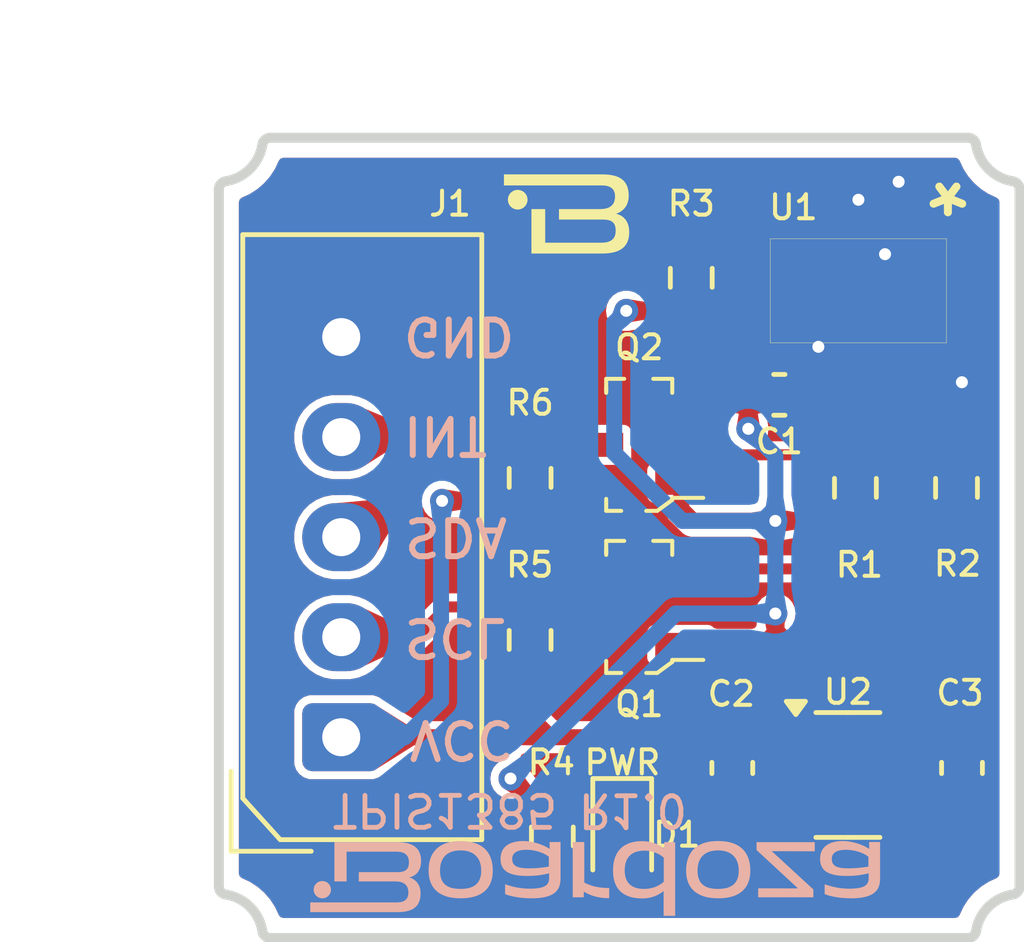
<source format=kicad_pcb>
(kicad_pcb (version 20240108) (generator "pcbnew") (generator_version "8.0")
  (layers (0 "F.Cu" signal) (31 "B.Cu" signal) (34 "B.Paste" user) (35 "F.Paste" user) (36 "B.SilkS" user "B.Silkscreen") (37 "F.SilkS" user "F.Silkscreen") (38 "B.Mask" user) (39 "F.Mask" user) (44 "Edge.Cuts" user))
  (net 0 "")
  (net 1 "GND")
  (net 2 "Net-(D1-A)")
  (net 3 "INT")
  (net 4 "SDA")
  (net 5 "SCL")
  (net 6 "VCC")
  (net 7 "3,3V")
  (net 9 "Net-(Q2-S)")
  (net 10 "Net-(Q1-S)")
  (footprint "Capacitor_SMD:C_0603_1608Metric" (layer "F.Cu") (at 164 33.425 180)
    (property "Reference" "C1")
    (property "Value" "100nF" (hide yes))
  )
  (footprint "Resistor_SMD:R_0603_1608Metric" (layer "F.Cu") (at 157.775 39.55 -90)
    (property "Reference" "R5")
    (property "Value" "10k" (hide yes))
  )
  (footprint "digikey-footprints:SOT-23-3" (layer "F.Cu") (at 160.5 38.725 180)
    (property "Reference" "Q1")
    (property "Value" "2N7002-7-F" (hide yes))
  )
  (footprint "digikey-footprints:SOT-23-3" (layer "F.Cu") (at 160.5 34.675 180)
    (property "Reference" "Q2")
    (property "Value" "2N7002-7-F" (hide yes))
  )
  (footprint "Resistor_SMD:R_0603_1608Metric" (layer "F.Cu") (at 157.775 35.5 -90)
    (property "Reference" "R6")
    (property "Value" "10k" (hide yes))
  )
  (footprint "Package_TO_SOT_SMD:SOT-23-5" (layer "F.Cu") (at 165.7125 42.925)
    (property "Reference" "U2")
    (property "Value" "TLV73333PDBVR" (hide yes))
  )
  (footprint "ConnectorsBoardoza:2317-05S_1x05_P2.50mm_Vertical" (layer "F.Cu") (at 153.057235 41.981749 90)
    (property "Reference" "J1")
    (property "Value" "Conn_01x05" (hide yes))
  )
  (footprint "LED_SMD:LED_0603_1608Metric" (layer "F.Cu") (at 160.075 44.5 -90)
    (property "Reference" "D1")
    (property "Value" "PWR")
  )
  (footprint "Resistor_SMD:R_0603_1608Metric" (layer "F.Cu") (at 165.9 35.75 -90)
    (property "Reference" "R1")
    (property "Value" "2k" (hide yes))
  )
  (footprint "Resistor_SMD:R_0603_1608Metric" (layer "F.Cu") (at 168.425 35.75 -90)
    (property "Reference" "R2")
    (property "Value" "2k" (hide yes))
  )
  (footprint "Capacitor_SMD:C_0603_1608Metric" (layer "F.Cu") (at 162.825 42.75 90)
    (property "Reference" "C2")
    (property "Value" "1uF" (hide yes))
  )
  (footprint "TemperatureSensor:Temperature SensorSMD" (layer "F.Cu") (at 165.875 30.825 90)
    (property "Reference" "U1")
    (property "Value" "TPIS 1S 1385 / 5029" (hide yes))
  )
  (footprint "Resistor_SMD:R_0603_1608Metric" (layer "F.Cu") (at 161.8 30.5 -90)
    (property "Reference" "R3")
    (property "Value" "2k" (hide yes))
  )
  (footprint "Capacitor_SMD:C_0603_1608Metric" (layer "F.Cu") (at 168.5625 42.75 -90)
    (property "Reference" "C3")
    (property "Value" "1uF" (hide yes))
  )
  (footprint "Resistor_SMD:R_0603_1608Metric" (layer "F.Cu") (at 158.33 44.4625 -90)
    (property "Reference" "R4")
    (property "Value" "10K" (hide yes))
  )
  (gr_poly (pts (xy 159.750449 45.750585) (xy 159.694731 45.749819) (xy 159.641798 45.747584) (xy 159.591536 45.743972) (xy 159.543826 45.739076) (xy 159.498554 45.732989) (xy 159.455602 45.725805) (xy 159.414855 45.717617) (xy 159.376196 45.708516) (xy 159.339509 45.698598) (xy 159.304678 45.687953) (xy 159.271586 45.676677) (xy 159.240118 45.66486) (xy 159.210156 45.652598) (xy 159.181585 45.639981) (xy 159.154288 45.627105) (xy 159.128149 45.614061) (xy 159.128149 44.601235) (xy 158.839224 44.601235) (xy 158.839224 45.98236) (xy 159.112275 45.98236) (xy 159.115449 45.979185) (xy 159.115449 45.839485) (xy 159.145044 45.857036) (xy 159.175551 45.873927) (xy 159.207062 45.890091) (xy 159.239671 45.905466) (xy 159.273471 45.919984) (xy 159.308554 45.933582) (xy 159.345014 45.946193) (xy 159.382943 45.957754) (xy 159.422435 45.968198) (xy 159.463583 45.977461) (xy 159.50648 45.985478) (xy 159.551218 45.992183) (xy 159.597891 45.997511) (xy 159.646592 46.001398) (xy 159.697413 46.003777) (xy 159.750449 46.004585)) (fill solid) (layer "B.SilkS"))
  (gr_poly (pts (xy 162.520378 46.007046) (xy 162.567823 46.004906) (xy 162.613755 46.001349) (xy 162.658172 45.996382) (xy 162.70107 45.990012) (xy 162.742447 45.982248) (xy 162.782299 45.973097) (xy 162.820624 45.962567) (xy 162.857419 45.950664) (xy 162.892681 45.937397) (xy 162.926407 45.922773) (xy 162.958594 45.906799) (xy 162.989239 45.889484) (xy 163.01834 45.870835) (xy 163.045893 45.850859) (xy 163.071895 45.829564) (xy 163.096344 45.806957) (xy 163.119237 45.783047) (xy 163.140571 45.757839) (xy 163.160342 45.731344) (xy 163.178549 45.703566) (xy 163.195188 45.674515) (xy 163.210255 45.644198) (xy 163.223749 45.612622) (xy 163.235667 45.579795) (xy 163.246004 45.545725) (xy 163.25476 45.510418) (xy 163.26193 45.473883) (xy 163.267512 45.436127) (xy 163.271502 45.397158) (xy 163.273899 45.356984) (xy 163.274698 45.315611) (xy 163.273899 45.271587) (xy 163.271502 45.228819) (xy 163.267512 45.187316) (xy 163.26193 45.147088) (xy 163.25476 45.108143) (xy 163.246005 45.070491) (xy 163.235667 45.034141) (xy 163.223749 44.999103) (xy 163.210256 44.965386) (xy 163.195188 44.932999) (xy 163.178549 44.901951) (xy 163.160343 44.872252) (xy 163.140571 44.843911) (xy 163.119238 44.816938) (xy 163.096345 44.791341) (xy 163.071896 44.76713) (xy 163.045893 44.744314) (xy 163.01834 44.722903) (xy 162.98924 44.702906) (xy 162.958594 44.684332) (xy 162.926407 44.66719) (xy 162.892681 44.65149) (xy 162.857419 44.637242) (xy 162.820624 44.624453) (xy 162.782299 44.613134) (xy 162.742447 44.603295) (xy 162.70107 44.594943) (xy 162.658172 44.588089) (xy 162.613756 44.582743) (xy 162.567823 44.578912) (xy 162.471423 44.575836) (xy 162.422478 44.576615) (xy 162.37506 44.578947) (xy 162.32917 44.582818) (xy 162.284812 44.58822) (xy 162.241985 44.595139) (xy 162.200693 44.603567) (xy 162.160937 44.61349) (xy 162.122719 44.624899) (xy 162.08604 44.637783) (xy 162.050902 44.65213) (xy 162.017308 44.667928) (xy 161.985258 44.685168) (xy 161.954754 44.703839) (xy 161.925799 44.723928) (xy 161.898393 44.745425) (xy 161.872539 44.76832) (xy 161.848238 44.7926) (xy 161.825493 44.818256) (xy 161.804305 44.845275) (xy 161.784675 44.873647) (xy 161.766605 44.90336) (xy 161.750098 44.934405) (xy 161.735154 44.966769) (xy 161.721776 45.000442) (xy 161.709966 45.035412) (xy 161.699724 45.071669) (xy 161.691053 45.109202) (xy 161.683955 45.147999) (xy 161.678432 45.188049) (xy 161.674484 45.229342) (xy 161.672114 45.271866) (xy 161.671324 45.315611) (xy 161.957075 45.315611) (xy 161.957595 45.285669) (xy 161.959153 45.256572) (xy 161.961747 45.228326) (xy 161.965372 45.200938) (xy 161.970024 45.174416) (xy 161.975701 45.148765) (xy 161.982399 45.123993) (xy 161.990114 45.100107) (xy 161.998843 45.077114) (xy 162.008583 45.055022) (xy 162.019329 45.033836) (xy 162.031079 45.013564) (xy 162.043829 44.994212) (xy 162.057575 44.975789) (xy 162.072314 44.958301) (xy 162.088043 44.941754) (xy 162.104757 44.926156) (xy 162.122454 44.911514) (xy 162.141131 44.897835) (xy 162.160782 44.885125) (xy 162.181406 44.873392) (xy 162.202998 44.862643) (xy 162.225555 44.852884) (xy 162.249074 44.844123) (xy 162.273551 44.836366) (xy 162.298983 44.829621) (xy 162.325366 44.823895) (xy 162.352696 44.819194) (xy 162.38097 44.815526) (xy 162.410185 44.812897) (xy 162.440338 44.811314) (xy 162.471423 44.810785) (xy 162.502509 44.811351) (xy 162.532662 44.813036) (xy 162.561877 44.815829) (xy 162.590151 44.819715) (xy 162.617481 44.82468) (xy 162.643864 44.83071) (xy 162.669296 44.837791) (xy 162.693773 44.845909) (xy 162.717292 44.85505) (xy 162.739849 44.865201) (xy 162.761441 44.876346) (xy 162.782065 44.888474) (xy 162.801717 44.901568) (xy 162.820393 44.915616) (xy 162.83809 44.930603) (xy 162.854805 44.946516) (xy 162.870534 44.963341) (xy 162.885273 44.981063) (xy 162.899019 44.999669) (xy 162.911769 45.019144) (xy 162.923519 45.039476) (xy 162.934265 45.060649) (xy 162.944005 45.08265) (xy 162.952734 45.105465) (xy 162.960449 45.12908) (xy 162.967147 45.153481) (xy 162.972824 45.178654) (xy 162.977476 45.204585) (xy 162.981101 45.23126) (xy 162.983695 45.258665) (xy 162.985253 45.286787) (xy 162.985774 45.315611) (xy 162.985271 45.344298) (xy 162.983764 45.372021) (xy 162.981253 45.398784) (xy 162.977737 45.42459) (xy 162.973216 45.449443) (xy 162.967691 45.473345) (xy 162.961161 45.496301) (xy 162.953627 45.518314) (xy 162.945088 45.539388) (xy 162.935544 45.559526) (xy 162.924996 45.578731) (xy 162.913443 45.597007) (xy 162.900886 45.614358) (xy 162.887324 45.630787) (xy 162.872757 45.646297) (xy 162.857186 45.660892) (xy 162.84061 45.674575) (xy 162.82303 45.68735) (xy 162.804445 45.699221) (xy 162.784855 45.710191) (xy 162.764261 45.720263) (xy 162.742662 45.729441) (xy 162.720059 45.737728) (xy 162.696451 45.745128) (xy 162.671839 45.751645) (xy 162.646222 45.757281) (xy 162.591974 45.765927) (xy 162.533708 45.771094) (xy 162.471423 45.77281) (xy 162.409139 45.771233) (xy 162.350873 45.766448) (xy 162.323247 45.762825) (xy 162.296625 45.758369) (xy 162.271008 45.753069) (xy 162.246396 45.746914) (xy 162.222788 45.739894) (xy 162.200185 45.731999) (xy 162.178586 45.723217) (xy 162.157992 45.713539) (xy 162.138403 45.702955) (xy 162.119818 45.691452) (xy 162.102237 45.679022) (xy 162.085662 45.665654) (xy 162.070091 45.651337) (xy 162.055524 45.63606) (xy 162.041962 45.619814) (xy 162.029405 45.602588) (xy 162.017852 45.584371) (xy 162.007304 45.565153) (xy 161.99776 45.544924) (xy 161.989221 45.523672) (xy 161.981687 45.501388) (xy 161.975157 45.478061) (xy 161.969632 45.453681) (xy 161.965111 45.428236) (xy 161.961595 45.401717) (xy 161.959084 45.374114) (xy 161.957577 45.345415) (xy 161.957075 45.315611) (xy 161.671324 45.315611) (xy 161.672123 45.356704) (xy 161.674519 45.396635) (xy 161.678507 45.435394) (xy 161.684086 45.472971) (xy 161.69125 45.509358) (xy 161.699996 45.544545) (xy 161.710322 45.578523) (xy 161.722223 45.611282) (xy 161.735696 45.642814) (xy 161.750737 45.673108) (xy 161.767344 45.702156) (xy 161.785512 45.729948) (xy 161.805238 45.756475) (xy 161.826519 45.781728) (xy 161.849351 45.805697) (xy 161.87373 45.828373) (xy 161.899653 45.849747) (xy 161.927117 45.869809) (xy 161.956118 45.88855) (xy 161.986653 45.905962) (xy 162.018718 45.922034) (xy 162.05231 45.936757) (xy 162.087424 45.950122) (xy 162.124059 45.96212) (xy 162.162209 45.972741) (xy 162.201873 45.981976) (xy 162.243045 45.989816) (xy 162.285723 45.996251) (xy 162.375583 46.00487) (xy 162.471423 46.00776) (xy 162.471423 46.007761)) (fill solid) (layer "B.SilkS"))
  (gr_poly (pts (xy 152.595585 46.00748) (xy 152.606549 46.006646) (xy 152.617354 46.005273) (xy 152.627986 46.003374) (xy 152.638432 46.000964) (xy 152.648677 45.998054) (xy 152.658709 45.99466) (xy 152.668513 45.990794) (xy 152.678077 45.986471) (xy 152.687386 45.981703) (xy 152.696427 45.976504) (xy 152.705187 45.970888) (xy 152.713652 45.964869) (xy 152.721808 45.95846) (xy 152.729641 45.951674) (xy 152.737139 45.944525) (xy 152.744288 45.937027) (xy 152.751074 45.929193) (xy 152.757483 45.921037) (xy 152.763503 45.912572) (xy 152.769119 45.903813) (xy 152.774317 45.894771) (xy 152.779085 45.885462) (xy 152.783409 45.875899) (xy 152.787274 45.866094) (xy 152.790669 45.856063) (xy 152.793578 45.845817) (xy 152.795989 45.835372) (xy 152.797887 45.82474) (xy 152.79926 45.813935) (xy 152.800094 45.802971) (xy 152.800375 45.791861) (xy 152.800094 45.78075) (xy 152.79926 45.769786) (xy 152.797887 45.758981) (xy 152.795989 45.748349) (xy 152.793578 45.737904) (xy 152.790669 45.727659) (xy 152.787274 45.717627) (xy 152.783409 45.707823) (xy 152.779085 45.698259) (xy 152.774317 45.68895) (xy 152.769119 45.679909) (xy 152.763503 45.671149) (xy 152.757483 45.662685) (xy 152.751074 45.654528) (xy 152.744288 45.646695) (xy 152.737139 45.639197) (xy 152.729641 45.632048) (xy 152.721808 45.625262) (xy 152.713652 45.618853) (xy 152.705187 45.612833) (xy 152.696427 45.607217) (xy 152.687386 45.602019) (xy 152.678077 45.597251) (xy 152.668513 45.592927) (xy 152.658709 45.589062) (xy 152.648677 45.585667) (xy 152.638432 45.582758) (xy 152.627986 45.580347) (xy 152.617354 45.578449) (xy 152.606549 45.577076) (xy 152.595585 45.576242) (xy 152.584475 45.575961) (xy 152.573365 45.576242) (xy 152.5624 45.577076) (xy 152.551595 45.578449) (xy 152.540964 45.580347) (xy 152.530518 45.582758) (xy 152.520273 45.585667) (xy 152.510241 45.589062) (xy 152.500437 45.592927) (xy 152.490873 45.597251) (xy 152.481564 45.602019) (xy 152.472523 45.607217) (xy 152.463763 45.612833) (xy 152.455299 45.618853) (xy 152.447142 45.625262) (xy 152.439309 45.632048) (xy 152.431811 45.639197) (xy 152.424662 45.646695) (xy 152.417876 45.654528) (xy 152.411467 45.662685) (xy 152.405447 45.671149) (xy 152.399832 45.679909) (xy 152.394633 45.68895) (xy 152.389865 45.698259) (xy 152.385541 45.707823) (xy 152.381676 45.717627) (xy 152.378281 45.727659) (xy 152.375372 45.737904) (xy 152.372961 45.748349) (xy 152.371063 45.758981) (xy 152.36969 45.769786) (xy 152.368856 45.78075) (xy 152.368575 45.791861) (xy 152.368856 45.802971) (xy 152.36969 45.813935) (xy 152.371063 45.82474) (xy 152.372961 45.835372) (xy 152.375372 45.845817) (xy 152.378281 45.856063) (xy 152.381676 45.866094) (xy 152.385541 45.875899) (xy 152.389865 45.885462) (xy 152.394633 45.894771) (xy 152.399832 45.903813) (xy 152.405447 45.912572) (xy 152.411467 45.921037) (xy 152.417876 45.929193) (xy 152.424662 45.937027) (xy 152.431811 45.944525) (xy 152.439309 45.951674) (xy 152.447142 45.95846) (xy 152.455299 45.964869) (xy 152.463763 45.970888) (xy 152.472523 45.976504) (xy 152.481564 45.981703) (xy 152.490873 45.986471) (xy 152.500437 45.990794) (xy 152.510241 45.99466) (xy 152.520273 45.998054) (xy 152.530518 46.000964) (xy 152.540964 46.003374) (xy 152.551595 46.005273) (xy 152.5624 46.006646) (xy 152.573365 46.00748) (xy 152.584475 46.007761)) (fill solid) (layer "B.SilkS"))
  (gr_poly (pts (xy 165.786125 46.007759) (xy 165.879611 46.00593) (xy 165.923718 46.003639) (xy 165.966089 46.000423) (xy 166.006741 45.99628) (xy 166.045692 45.991204) (xy 166.082959 45.985193) (xy 166.118557 45.978241) (xy 166.152504 45.970346) (xy 166.184817 45.961502) (xy 166.215513 45.951706) (xy 166.244608 45.940954) (xy 166.27212 45.929241) (xy 166.298064 45.916564) (xy 166.322459 45.902918) (xy 166.345321 45.888299) (xy 166.366667 45.872704) (xy 166.386513 45.856128) (xy 166.404877 45.838568) (xy 166.421775 45.820018) (xy 166.437225 45.800476) (xy 166.451243 45.779936) (xy 166.463845 45.758395) (xy 166.47505 45.73585) (xy 166.484873 45.712295) (xy 166.493332 45.687726) (xy 166.500443 45.66214) (xy 166.506223 45.635533) (xy 166.51069 45.6079) (xy 166.513859 45.579238) (xy 166.515748 45.549542) (xy 166.516374 45.518809) (xy 166.516374 44.601234) (xy 166.243324 44.601234) (xy 166.243324 44.772685) (xy 166.216724 44.7553) (xy 166.187091 44.737791) (xy 166.154669 44.720328) (xy 166.119697 44.703083) (xy 166.082419 44.686229) (xy 166.043075 44.669938) (xy 166.001909 44.654381) (xy 165.959161 44.639732) (xy 165.915074 44.626161) (xy 165.869889 44.613842) (xy 165.823848 44.602946) (xy 165.777194 44.593645) (xy 165.730167 44.586111) (xy 165.683011 44.580517) (xy 165.635965 44.577034) (xy 165.589274 44.575835) (xy 165.537335 44.576991) (xy 165.48541 44.580616) (xy 165.43396 44.586948) (xy 165.383444 44.596224) (xy 165.358681 44.60204) (xy 165.334324 44.608682) (xy 165.310431 44.616177) (xy 165.28706 44.624557) (xy 165.264267 44.633851) (xy 165.242111 44.644089) (xy 165.22065 44.655299) (xy 165.199939 44.667513) (xy 165.180039 44.680759) (xy 165.161005 44.695067) (xy 165.142895 44.710467) (xy 165.125767 44.726988) (xy 165.109679 44.744661) (xy 165.094688 44.763514) (xy 165.080851 44.783578) (xy 165.068227 44.804881) (xy 165.056872 44.827455) (xy 165.046844 44.851327) (xy 165.038201 44.876529) (xy 165.031001 44.903089) (xy 165.025301 44.931038) (xy 165.021157 44.960405) (xy 165.018629 44.991219) (xy 165.017858 45.020335) (xy 165.309874 45.020335) (xy 165.310236 45.006559) (xy 165.311322 44.993212) (xy 165.313129 44.980294) (xy 165.315654 44.967805) (xy 165.318895 44.955747) (xy 165.32285 44.944119) (xy 165.327517 44.932923) (xy 165.332893 44.922158) (xy 165.338976 44.911826) (xy 165.345763 44.901928) (xy 165.353253 44.892463) (xy 165.361443 44.883432) (xy 165.370331 44.874836) (xy 165.379913 44.866676) (xy 165.390189 44.858951) (xy 165.401155 44.851663) (xy 165.425151 44.8384) (xy 165.451881 44.82689) (xy 165.481327 44.817138) (xy 165.513471 44.809148) (xy 165.548294 44.802926) (xy 165.585777 44.798476) (xy 165.625902 44.795802) (xy 165.66865 44.79491) (xy 165.705411 44.79572) (xy 165.742921 44.798116) (xy 165.780962 44.802047) (xy 165.819314 44.807461) (xy 165.857758 44.814308) (xy 165.896078 44.822536) (xy 165.934053 44.832095) (xy 165.971465 44.842932) (xy 166.008097 44.854997) (xy 166.043728 44.868239) (xy 166.07814 44.882607) (xy 166.111116 44.898048) (xy 166.142436 44.914513) (xy 166.171881 44.93195) (xy 166.199234 44.950308) (xy 166.224275 44.969536) (xy 166.224275 45.21401) (xy 166.174486 45.222301) (xy 166.120641 45.230332) (xy 166.06315 45.237841) (xy 166.002421 45.24457) (xy 165.938865 45.250256) (xy 165.872891 45.25464) (xy 165.804908 45.257462) (xy 165.735324 45.25846) (xy 165.681886 45.257809) (xy 165.632267 45.255781) (xy 165.586415 45.252265) (xy 165.564885 45.249914) (xy 165.544279 45.247149) (xy 165.524588 45.243956) (xy 165.505807 45.240322) (xy 165.48793 45.236231) (xy 165.47095 45.231671) (xy 165.45486 45.226627) (xy 165.439655 45.221086) (xy 165.425327 45.215032) (xy 165.411871 45.208454) (xy 165.39928 45.201336) (xy 165.387548 45.193664) (xy 165.376668 45.185425) (xy 165.366634 45.176605) (xy 165.357439 45.167189) (xy 165.349077 45.157164) (xy 165.341542 45.146516) (xy 165.334828 45.13523) (xy 165.328927 45.123294) (xy 165.323834 45.110692) (xy 165.319542 45.097412) (xy 165.316044 45.083438) (xy 165.313335 45.068757) (xy 165.311408 45.053356) (xy 165.310257 45.03722) (xy 165.309874 45.020335) (xy 165.017858 45.020335) (xy 165.017774 45.023511) (xy 165.018642 45.055738) (xy 165.021219 45.086366) (xy 165.025468 45.115433) (xy 165.031348 45.142976) (xy 165.038822 45.169033) (xy 165.047849 45.193642) (xy 165.058391 45.21684) (xy 165.07041 45.238666) (xy 165.083865 45.259157) (xy 165.098719 45.278351) (xy 165.114932 45.296286) (xy 165.132465 45.313) (xy 165.151279 45.328529) (xy 165.171336 45.342913) (xy 165.192596 45.356189) (xy 165.215021 45.368395) (xy 165.263208 45.389746) (xy 165.315586 45.40727) (xy 165.371842 45.421268) (xy 165.431665 45.432043) (xy 165.494744 45.439898) (xy 165.560767 45.445134) (xy 165.629423 45.448054) (xy 165.700399 45.44896) (xy 165.774881 45.447658) (xy 165.847987 45.4439) (xy 165.919232 45.43791) (xy 165.988133 45.42991) (xy 166.054207 45.420125) (xy 166.116969 45.408777) (xy 166.175936 45.39609) (xy 166.230623 45.382286) (xy 166.230623 45.50611) (xy 166.229144 45.538858) (xy 166.224596 45.569257) (xy 166.21681 45.59734) (xy 166.211651 45.610523) (xy 166.20562 45.623139) (xy 166.198696 45.635192) (xy 166.190859 45.646687) (xy 166.182086 45.657627) (xy 166.172358 45.668017) (xy 166.161652 45.67786) (xy 166.14995 45.687161) (xy 166.137228 45.695923) (xy 166.123468 45.704151) (xy 166.092744 45.719021) (xy 166.057611 45.731802) (xy 166.017902 45.742528) (xy 165.973449 45.75123) (xy 165.924085 45.757942) (xy 165.869642 45.762696) (xy 165.809952 45.765525) (xy 165.744849 45.76646) (xy 165.70319 45.76591) (xy 165.661611 45.76429) (xy 165.620189 45.761647) (xy 165.579005 45.758027) (xy 165.538137 45.753477) (xy 165.497664 45.748043) (xy 165.457666 45.741772) (xy 165.418221 45.73471) (xy 165.379409 45.726904) (xy 165.341308 45.718401) (xy 165.303998 45.709247) (xy 165.267557 45.699487) (xy 165.232066 45.68917) (xy 165.197602 45.678341) (xy 165.164245 45.667047) (xy 165.132074 45.655335) (xy 165.132074 45.902986) (xy 165.160697 45.914103) (xy 165.191692 45.924807) (xy 165.224901 45.935056) (xy 165.260166 45.944806) (xy 165.33623 45.962647) (xy 165.418619 45.977995) (xy 165.506068 45.990515) (xy 165.597312 45.999872) (xy 165.691086 46.005732) (xy 165.786125 46.00776)) (fill solid) (layer "B.SilkS"))
  (gr_poly (pts (xy 156.087829 46.007046) (xy 156.135274 46.004906) (xy 156.181206 46.001349) (xy 156.225623 45.996382) (xy 156.268521 45.990012) (xy 156.309898 45.982248) (xy 156.34975 45.973097) (xy 156.388075 45.962567) (xy 156.42487 45.950664) (xy 156.460132 45.937397) (xy 156.493858 45.922773) (xy 156.526045 45.906799) (xy 156.55669 45.889484) (xy 156.585791 45.870835) (xy 156.613344 45.850859) (xy 156.639347 45.829564) (xy 156.663796 45.806957) (xy 156.686689 45.783047) (xy 156.708022 45.757839) (xy 156.727794 45.731344) (xy 156.746 45.703566) (xy 156.762639 45.674515) (xy 156.777707 45.644198) (xy 156.791201 45.612622) (xy 156.803118 45.579795) (xy 156.813456 45.545725) (xy 156.822211 45.510418) (xy 156.829381 45.473883) (xy 156.834963 45.436127) (xy 156.838954 45.397158) (xy 156.84135 45.356984) (xy 156.84215 45.315611) (xy 156.84135 45.271587) (xy 156.838954 45.228819) (xy 156.834963 45.187316) (xy 156.829381 45.147088) (xy 156.822211 45.108143) (xy 156.813456 45.070491) (xy 156.803118 45.034141) (xy 156.791201 44.999103) (xy 156.777707 44.965386) (xy 156.762639 44.932999) (xy 156.746 44.901951) (xy 156.727794 44.872252) (xy 156.708022 44.843911) (xy 156.686689 44.816938) (xy 156.663796 44.791341) (xy 156.639347 44.76713) (xy 156.613344 44.744314) (xy 156.585791 44.722903) (xy 156.55669 44.702906) (xy 156.526045 44.684332) (xy 156.493858 44.66719) (xy 156.460132 44.65149) (xy 156.42487 44.637242) (xy 156.388075 44.624453) (xy 156.34975 44.613134) (xy 156.309898 44.603295) (xy 156.268521 44.594943) (xy 156.225623 44.588089) (xy 156.181206 44.582743) (xy 156.135274 44.578912) (xy 156.038875 44.575836) (xy 155.989929 44.576615) (xy 155.942511 44.578947) (xy 155.896621 44.582818) (xy 155.852263 44.58822) (xy 155.809437 44.595139) (xy 155.768145 44.603567) (xy 155.728389 44.61349) (xy 155.69017 44.624899) (xy 155.653492 44.637783) (xy 155.618354 44.65213) (xy 155.584759 44.667928) (xy 155.552709 44.685168) (xy 155.522205 44.703839) (xy 155.49325 44.723928) (xy 155.465844 44.745425) (xy 155.43999 44.76832) (xy 155.41569 44.7926) (xy 155.392944 44.818256) (xy 155.371756 44.845275) (xy 155.352126 44.873647) (xy 155.334056 44.90336) (xy 155.317549 44.934405) (xy 155.302605 44.966769) (xy 155.289227 45.000442) (xy 155.277417 45.035412) (xy 155.267175 45.071669) (xy 155.258505 45.109202) (xy 155.251406 45.147999) (xy 155.245883 45.188049) (xy 155.241935 45.229342) (xy 155.239565 45.271866) (xy 155.238775 45.315611) (xy 155.524524 45.315611) (xy 155.525045 45.285669) (xy 155.526603 45.256572) (xy 155.529197 45.228326) (xy 155.532822 45.200938) (xy 155.537474 45.174416) (xy 155.543151 45.148765) (xy 155.549849 45.123993) (xy 155.557564 45.100107) (xy 155.566294 45.077114) (xy 155.576033 45.055022) (xy 155.58678 45.033836) (xy 155.598529 45.013564) (xy 155.611279 44.994212) (xy 155.625025 44.975789) (xy 155.639765 44.958301) (xy 155.655493 44.941754) (xy 155.672208 44.926156) (xy 155.689905 44.911514) (xy 155.708582 44.897835) (xy 155.728233 44.885125) (xy 155.748857 44.873392) (xy 155.770449 44.862643) (xy 155.793007 44.852884) (xy 155.816526 44.844123) (xy 155.841003 44.836366) (xy 155.866434 44.829621) (xy 155.892817 44.823895) (xy 155.920147 44.819194) (xy 155.948421 44.815526) (xy 155.977637 44.812897) (xy 156.007789 44.811314) (xy 156.038875 44.810785) (xy 156.069961 44.811351) (xy 156.100113 44.813036) (xy 156.129328 44.815829) (xy 156.157602 44.819715) (xy 156.184933 44.82468) (xy 156.211316 44.83071) (xy 156.236747 44.837791) (xy 156.261224 44.845909) (xy 156.284743 44.85505) (xy 156.307301 44.865201) (xy 156.328893 44.876346) (xy 156.349517 44.888474) (xy 156.369168 44.901568) (xy 156.387845 44.915616) (xy 156.405542 44.930603) (xy 156.422256 44.946516) (xy 156.437985 44.963341) (xy 156.452724 44.981063) (xy 156.466471 44.999669) (xy 156.47922 45.019144) (xy 156.49097 45.039476) (xy 156.501717 45.060649) (xy 156.511456 45.08265) (xy 156.520185 45.105465) (xy 156.527901 45.12908) (xy 156.534599 45.153481) (xy 156.540275 45.178654) (xy 156.544928 45.204585) (xy 156.548553 45.23126) (xy 156.551146 45.258665) (xy 156.552705 45.286787) (xy 156.553225 45.315611) (xy 156.552723 45.344298) (xy 156.551216 45.372021) (xy 156.548705 45.398784) (xy 156.545189 45.42459) (xy 156.540668 45.449443) (xy 156.535143 45.473345) (xy 156.528613 45.496301) (xy 156.521078 45.518314) (xy 156.512539 45.539388) (xy 156.502996 45.559526) (xy 156.492447 45.578731) (xy 156.480895 45.597007) (xy 156.468337 45.614358) (xy 156.454775 45.630787) (xy 156.440209 45.646297) (xy 156.424637 45.660892) (xy 156.408062 45.674575) (xy 156.390481 45.68735) (xy 156.371896 45.699221) (xy 156.352307 45.710191) (xy 156.331713 45.720263) (xy 156.310114 45.729441) (xy 156.287511 45.737728) (xy 156.263903 45.745128) (xy 156.23929 45.751645) (xy 156.213673 45.757281) (xy 156.159425 45.765927) (xy 156.101159 45.771094) (xy 156.038875 45.77281) (xy 155.97659 45.771233) (xy 155.918324 45.766448) (xy 155.890698 45.762825) (xy 155.864076 45.758369) (xy 155.838459 45.753069) (xy 155.813846 45.746914) (xy 155.790239 45.739894) (xy 155.767635 45.731999) (xy 155.746037 45.723217) (xy 155.725443 45.713539) (xy 155.705853 45.702955) (xy 155.687268 45.691452) (xy 155.669688 45.679022) (xy 155.653112 45.665654) (xy 155.637541 45.651337) (xy 155.622974 45.63606) (xy 155.609412 45.619814) (xy 155.596855 45.602588) (xy 155.585302 45.584371) (xy 155.574754 45.565153) (xy 155.56521 45.544924) (xy 155.556671 45.523672) (xy 155.549137 45.501388) (xy 155.542607 45.478061) (xy 155.537082 45.453681) (xy 155.532561 45.428236) (xy 155.529045 45.401717) (xy 155.526534 45.374114) (xy 155.525027 45.345415) (xy 155.524524 45.315611) (xy 155.238775 45.315611) (xy 155.239574 45.356704) (xy 155.24197 45.396635) (xy 155.245959 45.435394) (xy 155.251537 45.472971) (xy 155.258701 45.509358) (xy 155.267447 45.544545) (xy 155.277773 45.578523) (xy 155.289674 45.611282) (xy 155.303147 45.642814) (xy 155.318188 45.673108) (xy 155.334795 45.702156) (xy 155.352963 45.729948) (xy 155.372689 45.756475) (xy 155.39397 45.781728) (xy 155.416802 45.805697) (xy 155.441181 45.828373) (xy 155.467104 45.849747) (xy 155.494568 45.869809) (xy 155.52357 45.88855) (xy 155.554104 45.905962) (xy 155.586169 45.922034) (xy 155.619761 45.936757) (xy 155.654876 45.950122) (xy 155.69151 45.96212) (xy 155.72966 45.972741) (xy 155.769324 45.981976) (xy 155.810496 45.989816) (xy 155.853174 45.996251) (xy 155.943034 46.00487) (xy 156.038875 46.00776) (xy 156.038875 46.007761)) (fill solid) (layer "B.SilkS"))
  (gr_poly (pts (xy 164.849499 45.785511) (xy 163.811274 44.829835) (xy 164.884424 44.833011) (xy 164.884424 44.604411) (xy 163.430274 44.604411) (xy 163.430274 44.801261) (xy 164.465324 45.760111) (xy 163.471549 45.756935) (xy 163.471549 45.98236) (xy 164.849499 45.98236)) (fill solid) (layer "B.SilkS"))
  (gr_poly (pts (xy 161.398274 44.604411) (xy 161.125225 44.604411) (xy 161.125225 44.766335) (xy 161.100604 44.746965) (xy 161.074407 44.728204) (xy 161.046693 44.710141) (xy 161.017523 44.692864) (xy 160.986958 44.676461) (xy 160.955059 44.661021) (xy 160.921885 44.646632) (xy 160.887497 44.633382) (xy 160.851956 44.621361) (xy 160.815321 44.610655) (xy 160.777655 44.601354) (xy 160.739016 44.593546) (xy 160.699466 44.587319) (xy 160.659064 44.582762) (xy 160.617872 44.579963) (xy 160.57595 44.579011) (xy 160.531954 44.579754) (xy 160.489265 44.581982) (xy 160.447891 44.585689) (xy 160.407836 44.590873) (xy 160.369107 44.597529) (xy 160.331709 44.605653) (xy 160.295648 44.615241) (xy 160.26093 44.626288) (xy 160.227561 44.638791) (xy 160.195547 44.652746) (xy 160.164893 44.668149) (xy 160.135605 44.684995) (xy 160.107689 44.70328) (xy 160.081151 44.723001) (xy 160.055996 44.744153) (xy 160.032231 44.766732) (xy 160.009861 44.790735) (xy 159.988893 44.816156) (xy 159.969331 44.842993) (xy 159.951182 44.87124) (xy 159.934451 44.900895) (xy 159.919145 44.931952) (xy 159.905269 44.964408) (xy 159.892829 44.998259) (xy 159.881831 45.0335) (xy 159.87228 45.070128) (xy 159.864183 45.108139) (xy 159.857544 45.147527) (xy 159.852371 45.188291) (xy 159.848669 45.230424) (xy 159.846443 45.273924) (xy 159.845858 45.30926) (xy 160.137799 45.30926) (xy 160.139594 45.253504) (xy 160.145017 45.200604) (xy 160.149107 45.175256) (xy 160.154124 45.150661) (xy 160.160076 45.126831) (xy 160.16697 45.103779) (xy 160.174812 45.081517) (xy 160.18361 45.060059) (xy 160.193371 45.039417) (xy 160.204102 45.019604) (xy 160.21581 45.000633) (xy 160.228501 44.982516) (xy 160.242182 44.965267) (xy 160.256862 44.948898) (xy 160.272546 44.933422) (xy 160.289241 44.918852) (xy 160.306955 44.9052) (xy 160.325695 44.89248) (xy 160.345467 44.880704) (xy 160.366278 44.869884) (xy 160.388136 44.860035) (xy 160.411048 44.851168) (xy 160.43502 44.843296) (xy 160.460059 44.836432) (xy 160.486172 44.830589) (xy 160.513367 44.82578) (xy 160.54165 44.822017) (xy 160.571029 44.819314) (xy 160.60151 44.817682) (xy 160.6331 44.817136) (xy 160.66754 44.817945) (xy 160.701747 44.820336) (xy 160.735638 44.824252) (xy 160.769129 44.829637) (xy 160.802136 44.836437) (xy 160.834576 44.844595) (xy 160.866365 44.854054) (xy 160.897419 44.864761) (xy 160.927654 44.876658) (xy 160.956987 44.889689) (xy 160.985334 44.9038) (xy 161.012612 44.918934) (xy 161.038736 44.935035) (xy 161.063623 44.952048) (xy 161.087189 44.969917) (xy 161.10935 44.988585) (xy 161.112525 44.988585) (xy 161.112525 45.59501) (xy 161.087117 45.615843) (xy 161.060918 45.635466) (xy 161.033957 45.653862) (xy 161.006261 45.671011) (xy 160.977859 45.686896) (xy 160.948777 45.701496) (xy 160.919044 45.714795) (xy 160.888688 45.726772) (xy 160.857736 45.73741) (xy 160.826217 45.74669) (xy 160.794159 45.754594) (xy 160.761589 45.761102) (xy 160.728535 45.766196) (xy 160.695025 45.769858) (xy 160.661088 45.772069) (xy 160.62675 45.77281) (xy 160.571553 45.771231) (xy 160.519141 45.766435) (xy 160.494013 45.762801) (xy 160.469622 45.758327) (xy 160.445981 45.753002) (xy 160.423103 45.746814) (xy 160.401002 45.739752) (xy 160.379691 45.731804) (xy 160.359183 45.722959) (xy 160.339493 45.713204) (xy 160.320632 45.702528) (xy 160.302615 45.69092) (xy 160.285455 45.678368) (xy 160.269165 45.66486) (xy 160.253759 45.650384) (xy 160.23925 45.63493) (xy 160.225651 45.618485) (xy 160.212976 45.601038) (xy 160.201238 45.582576) (xy 160.190451 45.56309) (xy 160.180628 45.542566) (xy 160.171782 45.520993) (xy 160.163926 45.49836) (xy 160.157075 45.474655) (xy 160.151241 45.449866) (xy 160.146437 45.423982) (xy 160.142678 45.396991) (xy 160.139977 45.368881) (xy 160.138346 45.339642) (xy 160.137799 45.30926) (xy 159.845858 45.30926) (xy 159.8457 45.318785) (xy 159.846533 45.36351) (xy 159.849018 45.406612) (xy 159.85313 45.448103) (xy 159.858847 45.487997) (xy 159.866145 45.526307) (xy 159.875001 45.563047) (xy 159.885391 45.59823) (xy 159.897294 45.63187) (xy 159.910684 45.66398) (xy 159.92554 45.694573) (xy 159.941837 45.723662) (xy 159.959553 45.751261) (xy 159.978665 45.777384) (xy 159.999148 45.802044) (xy 160.02098 45.825253) (xy 160.044137 45.847026) (xy 160.068597 45.867376) (xy 160.094336 45.886316) (xy 160.12133 45.90386) (xy 160.149557 45.92002) (xy 160.178993 45.934811) (xy 160.209615 45.948245) (xy 160.2414 45.960337) (xy 160.274325 45.971099) (xy 160.308365 45.980545) (xy 160.343499 45.988688) (xy 160.416952 46.001119) (xy 160.494497 46.008499) (xy 160.57595 46.010935) (xy 160.617659 46.010018) (xy 160.658252 46.00732) (xy 160.697728 46.00292) (xy 160.736089 45.996896) (xy 160.773333 45.989328) (xy 160.809461 45.980295) (xy 160.844473 45.969877) (xy 160.878368 45.958151) (xy 160.911148 45.945197) (xy 160.942811 45.931095) (xy 160.973358 45.915923) (xy 161.002789 45.899761) (xy 161.031103 45.882686) (xy 161.058302 45.86478) (xy 161.084384 45.84612) (xy 161.10935 45.826785) (xy 161.10935 46.44591) (xy 161.398274 46.44591)) (fill solid) (layer "B.SilkS"))
  (gr_poly (pts (xy 157.804175 46.007759) (xy 157.897661 46.00593) (xy 157.941768 46.003639) (xy 157.984139 46.000423) (xy 158.024792 45.99628) (xy 158.063743 45.991204) (xy 158.101009 45.985193) (xy 158.136607 45.978241) (xy 158.170554 45.970346) (xy 158.202867 45.961502) (xy 158.233563 45.951706) (xy 158.262658 45.940954) (xy 158.29017 45.929241) (xy 158.316115 45.916564) (xy 158.34051 45.902918) (xy 158.363372 45.888299) (xy 158.384717 45.872704) (xy 158.404564 45.856128) (xy 158.422928 45.838568) (xy 158.439826 45.820018) (xy 158.455275 45.800476) (xy 158.469293 45.779936) (xy 158.481896 45.758395) (xy 158.4931 45.73585) (xy 158.502923 45.712295) (xy 158.511382 45.687726) (xy 158.518493 45.66214) (xy 158.524273 45.635533) (xy 158.52874 45.6079) (xy 158.531909 45.579238) (xy 158.533799 45.549542) (xy 158.534425 45.518809) (xy 158.534425 44.601234) (xy 158.261374 44.601234) (xy 158.261374 44.772685) (xy 158.234775 44.7553) (xy 158.205142 44.737791) (xy 158.172719 44.720328) (xy 158.137748 44.703083) (xy 158.10047 44.686229) (xy 158.061126 44.669938) (xy 158.01996 44.654381) (xy 157.977212 44.639732) (xy 157.933125 44.626161) (xy 157.88794 44.613842) (xy 157.8419 44.602946) (xy 157.795245 44.593645) (xy 157.748219 44.586111) (xy 157.701062 44.580517) (xy 157.654017 44.577034) (xy 157.607325 44.575835) (xy 157.555386 44.576991) (xy 157.503462 44.580616) (xy 157.452011 44.586948) (xy 157.401496 44.596224) (xy 157.376733 44.60204) (xy 157.352376 44.608682) (xy 157.328483 44.616177) (xy 157.305111 44.624557) (xy 157.282318 44.633851) (xy 157.260163 44.644089) (xy 157.238701 44.655299) (xy 157.217991 44.667513) (xy 157.19809 44.680759) (xy 157.179056 44.695067) (xy 157.160946 44.710467) (xy 157.143818 44.726988) (xy 157.12773 44.744661) (xy 157.112739 44.763514) (xy 157.098902 44.783578) (xy 157.086278 44.804881) (xy 157.074923 44.827455) (xy 157.064895 44.851327) (xy 157.056252 44.876529) (xy 157.049052 44.903089) (xy 157.043352 44.931038) (xy 157.039208 44.960405) (xy 157.03668 44.991219) (xy 157.035909 45.020335) (xy 157.327924 45.020335) (xy 157.328287 45.006559) (xy 157.329372 44.993212) (xy 157.331179 44.980294) (xy 157.333704 44.967805) (xy 157.336945 44.955747) (xy 157.3409 44.944119) (xy 157.345567 44.932923) (xy 157.350943 44.922158) (xy 157.357026 44.911826) (xy 157.363814 44.901928) (xy 157.371304 44.892463) (xy 157.379493 44.883432) (xy 157.388381 44.874836) (xy 157.397964 44.866676) (xy 157.408239 44.858951) (xy 157.419206 44.851663) (xy 157.443201 44.8384) (xy 157.469931 44.82689) (xy 157.499377 44.817138) (xy 157.531521 44.809148) (xy 157.566344 44.802926) (xy 157.603827 44.798476) (xy 157.643951 44.795802) (xy 157.686699 44.79491) (xy 157.72346 44.79572) (xy 157.760971 44.798116) (xy 157.799011 44.802047) (xy 157.837363 44.807461) (xy 157.875808 44.814308) (xy 157.914127 44.822536) (xy 157.952102 44.832095) (xy 157.989515 44.842932) (xy 158.026146 44.854997) (xy 158.061777 44.868239) (xy 158.09619 44.882607) (xy 158.129165 44.898048) (xy 158.160485 44.914513) (xy 158.18993 44.93195) (xy 158.217283 44.950308) (xy 158.242324 44.969536) (xy 158.242324 45.21401) (xy 158.192535 45.222301) (xy 158.13869 45.230332) (xy 158.081199 45.237841) (xy 158.020471 45.24457) (xy 157.956916 45.250256) (xy 157.890941 45.25464) (xy 157.822958 45.257462) (xy 157.753375 45.25846) (xy 157.699937 45.257809) (xy 157.650317 45.255781) (xy 157.604465 45.252265) (xy 157.582936 45.249914) (xy 157.562329 45.247149) (xy 157.542638 45.243956) (xy 157.523857 45.240322) (xy 157.50598 45.236231) (xy 157.489 45.231671) (xy 157.47291 45.226627) (xy 157.457705 45.221086) (xy 157.443377 45.215032) (xy 157.429921 45.208454) (xy 157.41733 45.201336) (xy 157.405598 45.193664) (xy 157.394718 45.185425) (xy 157.384684 45.176605) (xy 157.375489 45.167189) (xy 157.367127 45.157164) (xy 157.359593 45.146516) (xy 157.352878 45.13523) (xy 157.346977 45.123294) (xy 157.341884 45.110692) (xy 157.337592 45.097412) (xy 157.334095 45.083438) (xy 157.331386 45.068757) (xy 157.329459 45.053356) (xy 157.328307 45.03722) (xy 157.327924 45.020335) (xy 157.035909 45.020335) (xy 157.035825 45.023511) (xy 157.036693 45.055738) (xy 157.03927 45.086366) (xy 157.043519 45.115433) (xy 157.049399 45.142976) (xy 157.056873 45.169033) (xy 157.0659 45.193642) (xy 157.076442 45.21684) (xy 157.088461 45.238666) (xy 157.101916 45.259157) (xy 157.11677 45.278351) (xy 157.132983 45.296286) (xy 157.150516 45.313) (xy 157.16933 45.328529) (xy 157.189387 45.342913) (xy 157.210647 45.356189) (xy 157.233072 45.368395) (xy 157.281259 45.389746) (xy 157.333636 45.40727) (xy 157.389893 45.421268) (xy 157.449716 45.432043) (xy 157.512795 45.439898) (xy 157.578818 45.445134) (xy 157.647474 45.448054) (xy 157.71845 45.44896) (xy 157.792932 45.447658) (xy 157.866038 45.4439) (xy 157.937283 45.43791) (xy 158.006184 45.42991) (xy 158.072258 45.420125) (xy 158.13502 45.408777) (xy 158.193987 45.39609) (xy 158.248675 45.382286) (xy 158.248675 45.50611) (xy 158.247196 45.538858) (xy 158.242647 45.569257) (xy 158.234862 45.59734) (xy 158.229703 45.610523) (xy 158.223672 45.623139) (xy 158.216748 45.635192) (xy 158.20891 45.646687) (xy 158.200137 45.657627) (xy 158.190409 45.668017) (xy 158.179704 45.67786) (xy 158.168001 45.687161) (xy 158.155279 45.695923) (xy 158.141519 45.704151) (xy 158.110795 45.719021) (xy 158.075662 45.731802) (xy 158.035953 45.742528) (xy 157.9915 45.75123) (xy 157.942135 45.757942) (xy 157.887692 45.762696) (xy 157.828003 45.765525) (xy 157.7629 45.76646) (xy 157.721241 45.76591) (xy 157.679661 45.76429) (xy 157.63824 45.761647) (xy 157.597055 45.758027) (xy 157.556187 45.753477) (xy 157.515715 45.748043) (xy 157.475716 45.741772) (xy 157.436272 45.73471) (xy 157.397459 45.726904) (xy 157.359359 45.718401) (xy 157.322048 45.709247) (xy 157.285608 45.699487) (xy 157.250116 45.68917) (xy 157.215652 45.678341) (xy 157.182296 45.667047) (xy 157.150125 45.655335) (xy 157.150125 45.902986) (xy 157.178748 45.914103) (xy 157.209743 45.924807) (xy 157.242951 45.935056) (xy 157.278216 45.944806) (xy 157.35428 45.962647) (xy 157.436668 45.977995) (xy 157.524117 45.990515) (xy 157.615361 45.999872) (xy 157.709135 46.005732) (xy 157.804174 46.00776)) (fill solid) (layer "B.SilkS"))
  (gr_poly (pts (xy 154.521281 46.352396) (xy 154.584482 46.34797) (xy 154.644047 46.340399) (xy 154.699868 46.329527) (xy 154.751837 46.315195) (xy 154.776345 46.306682) (xy 154.799849 46.297244) (xy 154.822337 46.286862) (xy 154.843796 46.275517) (xy 154.864212 46.263187) (xy 154.883571 46.249855) (xy 154.901861 46.235499) (xy 154.919067 46.2201) (xy 154.935177 46.203638) (xy 154.950178 46.186094) (xy 154.964055 46.167448) (xy 154.976796 46.14768) (xy 154.988386 46.126769) (xy 154.998814 46.104698) (xy 155.008064 46.081445) (xy 155.016125 46.056991) (xy 155.022982 46.031316) (xy 155.028623 46.0044) (xy 155.033033 45.976224) (xy 155.0362 45.946768) (xy 155.038109 45.916012) (xy 155.038749 45.883936) (xy 155.03838 45.86282) (xy 155.037286 45.84233) (xy 155.035484 45.822458) (xy 155.032994 45.803197) (xy 155.029835 45.784541) (xy 155.026024 45.766483) (xy 155.021581 45.749016) (xy 155.016524 45.732132) (xy 155.010872 45.715825) (xy 155.004643 45.700087) (xy 154.997856 45.684912) (xy 154.990529 45.670294) (xy 154.982681 45.656223) (xy 154.974331 45.642695) (xy 154.956199 45.617236) (xy 154.936281 45.593861) (xy 154.914726 45.572513) (xy 154.891682 45.553138) (xy 154.867299 45.535678) (xy 154.841726 45.520079) (xy 154.81511 45.506284) (xy 154.787602 45.494239) (xy 154.75935 45.483886) (xy 154.774713 45.480323) (xy 154.789838 45.476182) (xy 154.804706 45.471463) (xy 154.819302 45.466163) (xy 154.83361 45.460282) (xy 154.847614 45.453818) (xy 154.861296 45.44677) (xy 154.874641 45.439138) (xy 154.887633 45.43092) (xy 154.900255 45.422114) (xy 154.912491 45.41272) (xy 154.924325 45.402737) (xy 154.93574 45.392163) (xy 154.946721 45.380997) (xy 154.95725 45.369239) (xy 154.967312 45.356886) (xy 154.97689 45.343937) (xy 154.985968 45.330393) (xy 154.99453 45.31625) (xy 155.002559 45.301509) (xy 155.01004 45.286168) (xy 155.016955 45.270226) (xy 155.023289 45.253681) (xy 155.029026 45.236533) (xy 155.034148 45.218781) (xy 155.038641 45.200422) (xy 155.042487 45.181457) (xy 155.04567 45.161883) (xy 155.048174 45.141701) (xy 155.049983 45.120908) (xy 155.05108 45.099503) (xy 155.051449 45.077485) (xy 155.050836 45.046797) (xy 155.049 45.017234) (xy 155.045945 44.988786) (xy 155.041676 44.961443) (xy 155.036198 44.935195) (xy 155.029516 44.910033) (xy 155.021633 44.885946) (xy 155.012555 44.862925) (xy 155.002287 44.840959) (xy 154.990833 44.82004) (xy 154.978197 44.800156) (xy 154.964385 44.781299) (xy 154.9494 44.763457) (xy 154.933249 44.746623) (xy 154.915934 44.730784) (xy 154.897462 44.715932) (xy 154.877836 44.702057) (xy 154.857061 44.689149) (xy 154.835142 44.677197) (xy 154.812084 44.666193) (xy 154.787891 44.656125) (xy 154.762568 44.646985) (xy 154.736119 44.638763) (xy 154.708549 44.631448) (xy 154.679863 44.62503) (xy 154.650066 44.6195) (xy 154.619162 44.614848) (xy 154.587155 44.611065) (xy 154.519854 44.606061) (xy 154.448199 44.604411) (xy 152.8861 44.604411) (xy 152.8861 45.585486) (xy 153.1909 45.585486) (xy 153.1909 44.842536) (xy 154.432325 44.842536) (xy 154.469341 44.843472) (xy 154.504171 44.846306) (xy 154.536788 44.851075) (xy 154.567163 44.857816) (xy 154.581501 44.861937) (xy 154.595268 44.866566) (xy 154.608461 44.871706) (xy 154.621076 44.877362) (xy 154.63311 44.883539) (xy 154.644558 44.890242) (xy 154.655419 44.897475) (xy 154.665687 44.905242) (xy 154.67536 44.91355) (xy 154.684435 44.922401) (xy 154.692907 44.931801) (xy 154.700773 44.941755) (xy 154.70803 44.952267) (xy 154.714675 44.963341) (xy 154.720703 44.974983) (xy 154.726111 44.987197) (xy 154.730896 44.999988) (xy 154.735055 45.01336) (xy 154.738583 45.027318) (xy 154.741478 45.041867) (xy 154.743735 45.057011) (xy 154.745352 45.072755) (xy 154.746325 45.089103) (xy 154.74665 45.106061) (xy 154.746371 45.122974) (xy 154.745534 45.139189) (xy 154.744141 45.154719) (xy 154.742191 45.169574) (xy 154.739685 45.183763) (xy 154.736625 45.197297) (xy 154.733009 45.210188) (xy 154.72884 45.222445) (xy 154.724117 45.234078) (xy 154.718841 45.245099) (xy 154.713013 45.255518) (xy 154.706633 45.265344) (xy 154.699702 45.27459) (xy 154.692221 45.283264) (xy 154.68419 45.291378) (xy 154.675609 45.298942) (xy 154.666479 45.305967) (xy 154.656802 45.312463) (xy 154.646576 45.318439) (xy 154.635804 45.323908) (xy 154.624485 45.32888) (xy 154.61262 45.333364) (xy 154.60021 45.337371) (xy 154.587255 45.340912) (xy 154.573756 45.343997) (xy 154.559713 45.346637) (xy 154.529999 45.350623) (xy 154.498118 45.352953) (xy 154.464075 45.353711) (xy 153.4957 45.353711) (xy 153.4957 45.585486) (xy 154.406924 45.585486) (xy 154.443037 45.586426) (xy 154.477494 45.589287) (xy 154.510202 45.594129) (xy 154.541068 45.601014) (xy 154.555782 45.60524) (xy 154.57 45.61) (xy 154.583711 45.6153) (xy 154.596903 45.621149) (xy 154.609566 45.627553) (xy 154.621686 45.634521) (xy 154.633254 45.642059) (xy 154.644256 45.650176) (xy 154.654681 45.65888) (xy 154.664518 45.668176) (xy 154.673755 45.678074) (xy 154.68238 45.68858) (xy 154.690383 45.699703) (xy 154.69775 45.711449) (xy 154.704471 45.723827) (xy 154.710534 45.736844) (xy 154.715927 45.750507) (xy 154.720639 45.764825) (xy 154.724657 45.779803) (xy 154.727971 45.795451) (xy 154.730569 45.811776) (xy 154.732439 45.828785) (xy 154.73357 45.846486) (xy 154.733949 45.864886) (xy 154.733643 45.880672) (xy 154.732727 45.895886) (xy 154.731205 45.910532) (xy 154.729082 45.924616) (xy 154.72636 45.938141) (xy 154.723045 45.951113) (xy 154.719141 45.963537) (xy 154.714651 45.975416) (xy 154.70958 45.986755) (xy 154.703932 45.99756) (xy 154.69771 46.007835) (xy 154.69092 46.017584) (xy 154.683564 46.026812) (xy 154.675647 46.035524) (xy 154.667173 46.043724) (xy 154.658146 46.051417) (xy 154.648571 46.058608) (xy 154.638451 46.065302) (xy 154.62779 46.071502) (xy 154.616592 46.077214) (xy 154.604862 46.082442) (xy 154.592604 46.087192) (xy 154.579821 46.091467) (xy 154.566518 46.095272) (xy 154.552698 46.098612) (xy 154.538367 46.101492) (xy 154.523527 46.103915) (xy 154.508183 46.105888) (xy 154.476 46.108499) (xy 154.441849 46.109361) (xy 152.282849 46.109361) (xy 152.282849 46.353836) (xy 154.454549 46.353836)) (fill solid) (layer "B.SilkS"))
  (gr_poly (pts (xy 159.652711 27.917368) (xy 159.724285 27.922344) (xy 159.791708 27.93086) (xy 159.854863 27.943101) (xy 159.913634 27.959248) (xy 159.941339 27.968844) (xy 159.967904 27.979485) (xy 159.993315 27.991195) (xy 160.017558 28.003995) (xy 160.040617 28.017909) (xy 160.062478 28.03296) (xy 160.083127 28.049171) (xy 160.10255 28.066564) (xy 160.12073 28.085162) (xy 160.137655 28.104989) (xy 160.15331 28.126066) (xy 160.167679 28.148418) (xy 160.180749 28.172067) (xy 160.192504 28.197035) (xy 160.202932 28.223346) (xy 160.212016 28.251022) (xy 160.219742 28.280086) (xy 160.226096 28.310562) (xy 160.231064 28.342471) (xy 160.23463 28.375838) (xy 160.23678 28.410684) (xy 160.2375 28.447033) (xy 160.237085 28.470797) (xy 160.235853 28.493873) (xy 160.233825 28.516269) (xy 160.23102 28.53799) (xy 160.22746 28.559043) (xy 160.223164 28.579436) (xy 160.218153 28.599176) (xy 160.212447 28.618268) (xy 160.206068 28.63672) (xy 160.199034 28.654538) (xy 160.191366 28.67173) (xy 160.183085 28.688302) (xy 160.174211 28.704261) (xy 160.164764 28.719613) (xy 160.144235 28.748526) (xy 160.121658 28.775094) (xy 160.097199 28.799373) (xy 160.071018 28.821417) (xy 160.04328 28.841279) (xy 160.014146 28.859014) (xy 159.983779 28.874676) (xy 159.952343 28.88832) (xy 159.92 28.9) (xy 159.937429 28.903997) (xy 159.954579 28.908646) (xy 159.971432 28.913949) (xy 159.987971 28.919908) (xy 160.004178 28.926522) (xy 160.020034 28.933795) (xy 160.035521 28.941727) (xy 160.050622 28.95032) (xy 160.065318 28.959575) (xy 160.079591 28.969493) (xy 160.093424 28.980076) (xy 160.106798 28.991324) (xy 160.119695 29.003241) (xy 160.132098 29.015825) (xy 160.143988 29.029081) (xy 160.155347 29.043007) (xy 160.166157 29.057606) (xy 160.176401 29.07288) (xy 160.186059 29.088829) (xy 160.195115 29.105455) (xy 160.20355 29.122759) (xy 160.211346 29.140743) (xy 160.218485 29.159408) (xy 160.224949 29.178755) (xy 160.23072 29.198786) (xy 160.23578 29.219501) (xy 160.240111 29.240904) (xy 160.243695 29.262994) (xy 160.246514 29.285773) (xy 160.24855 29.309242) (xy 160.249784 29.333404) (xy 160.2502 29.358258) (xy 160.249506 29.392943) (xy 160.247429 29.426361) (xy 160.243974 29.458524) (xy 160.239145 29.489442) (xy 160.23295 29.519126) (xy 160.225392 29.547586) (xy 160.216478 29.574834) (xy 160.206213 29.600881) (xy 160.194602 29.625737) (xy 160.181651 29.649414) (xy 160.167365 29.671921) (xy 160.15175 29.69327) (xy 160.134811 29.713472) (xy 160.116553 29.732538) (xy 160.096983 29.750479) (xy 160.076104 29.767304) (xy 160.053924 29.783026) (xy 160.030446 29.797655) (xy 160.005677 29.811201) (xy 159.979622 29.823677) (xy 159.952287 29.835092) (xy 159.923676 29.845457) (xy 159.893796 29.854784) (xy 159.862652 29.863083) (xy 159.830248 29.870365) (xy 159.796592 29.876641) (xy 159.761687 29.881922) (xy 159.72554 29.886218) (xy 159.649539 29.8919) (xy 159.568633 29.893775) (xy 157.806509 29.893775) (xy 157.807567 29.893774) (xy 157.807567 28.782525) (xy 158.151525 28.782525) (xy 158.151525 29.622841) (xy 159.554876 29.622841) (xy 159.597076 29.621791) (xy 159.636746 29.61861) (xy 159.673857 29.613248) (xy 159.708383 29.60566) (xy 159.72467 29.601015) (xy 159.7403 29.595795) (xy 159.75527 29.589994) (xy 159.769579 29.583606) (xy 159.783221 29.576625) (xy 159.796194 29.569046) (xy 159.808495 29.560861) (xy 159.82012 29.552065) (xy 159.831066 29.542652) (xy 159.84133 29.532616) (xy 159.850908 29.521951) (xy 159.859797 29.510652) (xy 159.867994 29.498711) (xy 159.875496 29.486123) (xy 159.882299 29.472881) (xy 159.888399 29.458981) (xy 159.893795 29.444416) (xy 159.898481 29.42918) (xy 159.902456 29.413266) (xy 159.905715 29.39667) (xy 159.908256 29.379384) (xy 159.910075 29.361404) (xy 159.911169 29.342722) (xy 159.911534 29.323333) (xy 159.911221 29.304005) (xy 159.910282 29.2855) (xy 159.908716 29.267805) (xy 159.906525 29.250905) (xy 159.903709 29.234788) (xy 159.900267 29.219439) (xy 159.8962 29.204845) (xy 159.891508 29.190992) (xy 159.886192 29.177865) (xy 159.88025 29.165453) (xy 159.873685 29.153739) (xy 159.866495 29.142712) (xy 159.858681 29.132356) (xy 159.850243 29.122659) (xy 159.841182 29.113606) (xy 159.831497 29.105184) (xy 159.82119 29.097379) (xy 159.810259 29.090177) (xy 159.798705 29.083565) (xy 159.786529 29.077529) (xy 159.77373 29.072054) (xy 159.760309 29.067128) (xy 159.746266 29.062736) (xy 159.731601 29.058865) (xy 159.716314 29.055501) (xy 159.700406 29.05263) (xy 159.666726 29.048313) (xy 159.630563 29.045803) (xy 159.591917 29.044991) (xy 158.495484 29.044991) (xy 158.495484 28.782525) (xy 159.5263 28.782525) (xy 159.567248 28.781448) (xy 159.606285 28.778178) (xy 159.643309 28.772653) (xy 159.678221 28.764814) (xy 159.694852 28.760008) (xy 159.710918 28.7546) (xy 159.726405 28.748583) (xy 159.741301 28.74195) (xy 159.755593 28.734693) (xy 159.769269 28.726805) (xy 159.782315 28.718277) (xy 159.79472 28.709103) (xy 159.806471 28.699274) (xy 159.817555 28.688784) (xy 159.827959 28.677624) (xy 159.837671 28.665787) (xy 159.846679 28.653266) (xy 159.85497 28.640053) (xy 159.862531 28.626141) (xy 159.869349 28.611521) (xy 159.875413 28.596187) (xy 159.880708 28.58013) (xy 159.885224 28.563343) (xy 159.888947 28.54582) (xy 159.891864 28.527551) (xy 159.893964 28.50853) (xy 159.895233 28.488748) (xy 159.895659 28.4682) (xy 159.895315 28.45046) (xy 159.894287 28.433355) (xy 159.892579 28.41688) (xy 159.890195 28.401029) (xy 159.887139 28.385798) (xy 159.883415 28.371182) (xy 159.879027 28.357178) (xy 159.873979 28.343779) (xy 159.868276 28.330982) (xy 159.86192 28.318782) (xy 159.854917 28.307175) (xy 159.847271 28.296154) (xy 159.838985 28.285717) (xy 159.830063 28.275858) (xy 159.820511 28.266572) (xy 159.810331 28.257856) (xy 159.799527 28.249704) (xy 159.788105 28.242111) (xy 159.776067 28.235074) (xy 159.763419 28.228586) (xy 159.750163 28.222645) (xy 159.736305 28.217244) (xy 159.721848 28.21238) (xy 159.706796 28.208048) (xy 159.691153 28.204243) (xy 159.674924 28.20096) (xy 159.658112 28.198195) (xy 159.640722 28.195943) (xy 159.604223 28.192961) (xy 159.565459 28.191975) (xy 157.120709 28.191975) (xy 157.120709 27.91575) (xy 159.577101 27.91575)) (fill solid) (layer "F.SilkS"))
  (gr_poly (pts (xy 157.477302 28.303419) (xy 157.489772 28.304367) (xy 157.502059 28.305929) (xy 157.514151 28.308088) (xy 157.52603 28.31083) (xy 157.537681 28.314138) (xy 157.54909 28.317998) (xy 157.56024 28.322395) (xy 157.571116 28.327312) (xy 157.581703 28.332734) (xy 157.591985 28.338646) (xy 157.601947 28.345033) (xy 157.611574 28.351878) (xy 157.620849 28.359167) (xy 157.629758 28.366885) (xy 157.638285 28.375014) (xy 157.646415 28.383542) (xy 157.654133 28.392451) (xy 157.661422 28.401726) (xy 157.668267 28.411353) (xy 157.674654 28.421315) (xy 157.680566 28.431597) (xy 157.685988 28.442184) (xy 157.690905 28.45306) (xy 157.695302 28.46421) (xy 157.699162 28.475619) (xy 157.70247 28.48727) (xy 157.705212 28.499149) (xy 157.707371 28.511241) (xy 157.708933 28.523528) (xy 157.709881 28.535998) (xy 157.7102 28.548633) (xy 157.709881 28.561268) (xy 157.708933 28.573737) (xy 157.707371 28.586025) (xy 157.705212 28.598116) (xy 157.70247 28.609995) (xy 157.699162 28.621647) (xy 157.695302 28.633055) (xy 157.690905 28.644205) (xy 157.685988 28.655082) (xy 157.680566 28.665669) (xy 157.674654 28.675951) (xy 157.668267 28.685913) (xy 157.661422 28.695539) (xy 157.654133 28.704815) (xy 157.646415 28.713724) (xy 157.638285 28.722251) (xy 157.629758 28.730381) (xy 157.620849 28.738098) (xy 157.611574 28.745387) (xy 157.601947 28.752233) (xy 157.591985 28.758619) (xy 157.581703 28.764532) (xy 157.571116 28.769954) (xy 157.56024 28.774871) (xy 157.54909 28.779267) (xy 157.537681 28.783127) (xy 157.52603 28.786436) (xy 157.514151 28.789178) (xy 157.502059 28.791337) (xy 157.489772 28.792898) (xy 157.477302 28.793847) (xy 157.464667 28.794166) (xy 157.452032 28.793847) (xy 157.439563 28.792898) (xy 157.427275 28.791337) (xy 157.415184 28.789178) (xy 157.403305 28.786436) (xy 157.391653 28.783127) (xy 157.380245 28.779267) (xy 157.369095 28.774871) (xy 157.358218 28.769954) (xy 157.347631 28.764532) (xy 157.337349 28.758619) (xy 157.327387 28.752233) (xy 157.317761 28.745387) (xy 157.308485 28.738098) (xy 157.299576 28.730381) (xy 157.291049 28.722251) (xy 157.282919 28.713724) (xy 157.275202 28.704815) (xy 157.267913 28.695539) (xy 157.261067 28.685913) (xy 157.254681 28.675951) (xy 157.248768 28.665669) (xy 157.243346 28.655082) (xy 157.238429 28.644205) (xy 157.234033 28.633055) (xy 157.230173 28.621647) (xy 157.226864 28.609995) (xy 157.224122 28.598116) (xy 157.221963 28.586025) (xy 157.220402 28.573737) (xy 157.219453 28.561268) (xy 157.219134 28.548633) (xy 157.219453 28.535998) (xy 157.220402 28.523528) (xy 157.221963 28.511241) (xy 157.224122 28.499149) (xy 157.226864 28.48727) (xy 157.230173 28.475619) (xy 157.234033 28.46421) (xy 157.238429 28.45306) (xy 157.243346 28.442184) (xy 157.248768 28.431597) (xy 157.254681 28.421315) (xy 157.261067 28.411353) (xy 157.267913 28.401726) (xy 157.275202 28.392451) (xy 157.282919 28.383542) (xy 157.291049 28.375014) (xy 157.299576 28.366885) (xy 157.308485 28.359167) (xy 157.317761 28.351878) (xy 157.327387 28.345033) (xy 157.337349 28.338646) (xy 157.347631 28.332734) (xy 157.358218 28.327312) (xy 157.369095 28.322395) (xy 157.380245 28.317998) (xy 157.391653 28.314138) (xy 157.403305 28.31083) (xy 157.415184 28.308088) (xy 157.427275 28.305929) (xy 157.439563 28.304367) (xy 157.452032 28.303419) (xy 157.464667 28.303099)) (fill solid) (layer "F.SilkS"))
  (gr_arc (start 151.284508 47.000008) (mid 151.154415 46.951925) (end 151.086889 46.830778) (stroke (width 0.25)) (layer "Edge.Cuts"))
  (gr_arc (start 149.999985 28.284532) (mid 150.048074 28.154443) (end 150.169216 28.086913) (stroke (width 0.25)) (layer "Edge.Cuts"))
  (gr_arc (start 169.830754 28.086913) (mid 169.222172 27.777822) (end 168.913081 27.169239) (stroke (width 0.25)) (layer "Edge.Cuts"))
  (gr_line (start 168.715462 27.000008) (end 151.284508 27.000008) (stroke (width 0.25)) (layer "Edge.Cuts"))
  (gr_arc (start 168.913081 46.830778) (mid 168.845561 46.951931) (end 168.715462 47.000008) (stroke (width 0.25)) (layer "Edge.Cuts"))
  (gr_arc (start 151.086889 27.169239) (mid 150.777816 27.77784) (end 150.169216 28.086913) (stroke (width 0.25)) (layer "Edge.Cuts"))
  (gr_arc (start 150.169216 45.913104) (mid 150.777807 46.222186) (end 151.086889 46.830778) (stroke (width 0.25)) (layer "Edge.Cuts"))
  (gr_arc (start 169.830754 28.086913) (mid 169.951894 28.154445) (end 169.999985 28.284532) (stroke (width 0.25)) (layer "Edge.Cuts"))
  (gr_line (start 151.284508 47.000008) (end 168.715462 47.000008) (stroke (width 0.25)) (layer "Edge.Cuts"))
  (gr_arc (start 151.086889 27.169239) (mid 151.154418 27.048096) (end 151.284508 27.000008) (stroke (width 0.25)) (layer "Edge.Cuts"))
  (gr_arc (start 168.913081 46.830778) (mid 169.222162 46.222185) (end 169.830754 45.913104) (stroke (width 0.25)) (layer "Edge.Cuts"))
  (gr_arc (start 168.715462 27.000008) (mid 168.84555 27.048099) (end 168.913081 27.169239) (stroke (width 0.25)) (layer "Edge.Cuts"))
  (gr_line (start 149.999985 28.284532) (end 149.999985 45.715485) (stroke (width 0.25)) (layer "Edge.Cuts"))
  (gr_arc (start 150.169216 45.913104) (mid 150.048059 45.845587) (end 149.999985 45.715485) (stroke (width 0.25)) (layer "Edge.Cuts"))
  (gr_arc (start 169.999985 45.715485) (mid 169.9519 45.845578) (end 169.830754 45.913104) (stroke (width 0.25)) (layer "Edge.Cuts"))
  (gr_line (start 169.999985 45.715485) (end 169.999985 28.284532) (stroke (width 0.25)) (layer "Edge.Cuts"))
  (gr_text "GND\n" (at 154.53 31.425 180) (layer "B.SilkS") (effects (font (size 0.9 0.9) (thickness 0.15) (bold yes)) (justify left bottom mirror)))
  (gr_text "SCL" (at 154.55 38.96 180) (layer "B.SilkS") (effects (font (size 0.9 0.9) (thickness 0.15) (bold yes)) (justify left bottom mirror)))
  (gr_text "SDA\n" (at 154.558571 36.44 180) (layer "B.SilkS") (effects (font (size 0.9 0.9) (thickness 0.15) (bold yes)) (justify left bottom mirror)))
  (gr_text "VCC" (at 154.68 41.51 180) (layer "B.SilkS") (effects (font (size 0.9 0.9) (thickness 0.15) (bold yes)) (justify left bottom mirror)))
  (gr_text "TPIS1385" (at 152.77 43.33 180) (layer "B.SilkS") (effects (font (size 0.8 0.8) (thickness 0.12)) (justify left bottom mirror)))
  (gr_text "INT\n" (at 154.53 33.91 180) (layer "B.SilkS") (effects (font (size 0.9 0.9) (thickness 0.15) (bold yes)) (justify left bottom mirror)))
  (gr_text "R1.0" (at 158.91 43.34 180) (layer "B.SilkS") (effects (font (size 0.8 0.8) (thickness 0.12)) (justify left bottom mirror)))
  (via (at 166.64 29.91) (size 0.6) (drill 0.3) (layers "F.Cu" "B.Cu") (net 1))
  (via (at 165.975 28.55) (size 0.6) (drill 0.3) (layers "F.Cu" "B.Cu") (net 1))
  (via (at 168.56 33.11) (size 0.6) (drill 0.3) (layers "F.Cu" "B.Cu") (net 1))
  (via (at 164.975 32.225) (size 0.6) (drill 0.3) (layers "F.Cu" "B.Cu") (net 1))
  (via (at 166.98 28.1) (size 0.6) (drill 0.3) (layers "F.Cu" "B.Cu") (net 1))
  (segment (start 158.33 45.2875) (end 160.075 45.2875) (width 0.4) (layer "F.Cu") (net 2))
  (segment (start 153.057235 34.481749) (end 154.618251 34.481749) (width 0.275) (layer "F.Cu") (net 3))
  (segment (start 161.8 29.675) (end 163.75 29.675) (width 0.275) (layer "F.Cu") (net 3))
  (segment (start 159.425 29.675) (end 161.8 29.675) (width 0.275) (layer "F.Cu") (net 3))
  (segment (start 154.618251 34.481749) (end 159.425 29.675) (width 0.275) (layer "F.Cu") (net 3))
  (segment (start 153.668251 36.981749) (end 155.975 34.675) (width 0.275) (layer "F.Cu") (net 4))
  (segment (start 157.775 34.675) (end 159.45 34.675) (width 0.275) (layer "F.Cu") (net 4))
  (segment (start 155.975 34.675) (end 157.775 34.675) (width 0.275) (layer "F.Cu") (net 4))
  (segment (start 153.057235 36.981749) (end 153.668251 36.981749) (width 0.275) (layer "F.Cu") (net 4))
  (segment (start 154.943251 39.481749) (end 155.7 38.725) (width 0.275) (layer "F.Cu") (net 5))
  (segment (start 153.057235 39.481749) (end 154.943251 39.481749) (width 0.275) (layer "F.Cu") (net 5))
  (segment (start 157.775 38.725) (end 159.45 38.725) (width 0.275) (layer "F.Cu") (net 5))
  (segment (start 155.7 38.725) (end 157.775 38.725) (width 0.275) (layer "F.Cu") (net 5))
  (segment (start 162.8 42.175) (end 162.8125 42.1875) (width 0.4) (layer "F.Cu") (net 6))
  (segment (start 162.781749 41.981749) (end 162.8125 42.0125) (width 0.4) (layer "F.Cu") (net 6))
  (segment (start 165.25 43.875) (end 165.75 43.375) (width 0.35) (layer "F.Cu") (net 6))
  (segment (start 156.5 36.075) (end 156.75 36.325) (width 0.4) (layer "F.Cu") (net 6))
  (segment (start 157.775 41.981749) (end 158.325 41.981749) (width 0.4) (layer "F.Cu") (net 6))
  (segment (start 158.281749 41.981749) (end 157.775 41.475) (width 0.4) (layer "F.Cu") (net 6))
  (segment (start 162.825 41.975) (end 164.575 41.975) (width 0.4) (layer "F.Cu") (net 6))
  (segment (start 165.75 43.375) (end 165.75 42.4) (width 0.35) (layer "F.Cu") (net 6))
  (segment (start 153.057235 41.981749) (end 154.581749 41.981749) (width 0.4) (layer "F.Cu") (net 6))
  (segment (start 153.057235 41.981749) (end 157.275 41.981749) (width 0.4) (layer "F.Cu") (net 6))
  (segment (start 157.275 41.981749) (end 157.275 41.975) (width 0.4) (layer "F.Cu") (net 6))
  (segment (start 158.325 41.981749) (end 162.781749 41.981749) (width 0.4) (layer "F.Cu") (net 6))
  (segment (start 155.575 36.075) (end 156.5 36.075) (width 0.4) (layer "F.Cu") (net 6))
  (segment (start 165.75 42.4) (end 165.325 41.975) (width 0.35) (layer "F.Cu") (net 6))
  (segment (start 157.275 41.975) (end 157.775 41.475) (width 0.4) (layer "F.Cu") (net 6))
  (segment (start 165.325 41.975) (end 164.575 41.975) (width 0.35) (layer "F.Cu") (net 6))
  (segment (start 164.575 43.875) (end 165.25 43.875) (width 0.35) (layer "F.Cu") (net 6))
  (segment (start 157.775 41.475) (end 157.775 41.981749) (width 0.4) (layer "F.Cu") (net 6))
  (segment (start 153.057235 41.981749) (end 153.063984 41.975) (width 0.4) (layer "F.Cu") (net 6))
  (segment (start 158.325 41.981749) (end 158.281749 41.981749) (width 0.4) (layer "F.Cu") (net 6))
  (segment (start 156.75 36.325) (end 157.775 36.325) (width 0.4) (layer "F.Cu") (net 6))
  (segment (start 157.275 41.981749) (end 157.775 41.981749) (width 0.4) (layer "F.Cu") (net 6))
  (segment (start 157.775 40.375) (end 157.775 41.475) (width 0.4) (layer "F.Cu") (net 6))
  (via (at 155.575 36.075) (size 0.6) (drill 0.3) (layers "F.Cu" "B.Cu") (net 6))
  (segment (start 155.55 36.1) (end 155.55 41.075) (width 0.4) (layer "B.Cu") (net 6))
  (segment (start 154.643251 41.981749) (end 153.057235 41.981749) (width 0.4) (layer "B.Cu") (net 6))
  (segment (start 155.55 41.075) (end 154.643251 41.981749) (width 0.4) (layer "B.Cu") (net 6))
  (segment (start 155.575 36.075) (end 155.55 36.1) (width 0.4) (layer "B.Cu") (net 6))
  (segment (start 163.585 39.675) (end 163.93 39.33) (width 0.4) (layer "F.Cu") (net 7))
  (segment (start 168.425 38.6) (end 168.425 36.575) (width 0.4) (layer "F.Cu") (net 7))
  (segment (start 166.85 41.975) (end 168.5625 41.975) (width 0.4) (layer "F.Cu") (net 7))
  (segment (start 163.225 34.275) (end 163.225 33.425) (width 0.4) (layer "F.Cu") (net 7))
  (segment (start 163.9 36.575) (end 165.9 36.575) (width 0.4) (layer "F.Cu") (net 7))
  (segment (start 163.895 36.57) (end 161.84 36.57) (width 0.4) (layer "F.Cu") (net 7))
  (segment (start 168.5625 39.675) (end 168.05 39.675) (width 0.4) (layer "F.Cu") (net 7))
  (segment (start 163.93 39.675) (end 163.58 39.675) (width 0.4) (layer "F.Cu") (net 7))
  (segment (start 163.9 36.575) (end 163.895 36.57) (width 0.4) (layer "F.Cu") (net 7))
  (segment (start 163.93 39.33) (end 163.93 39.675) (width 0.4) (layer "F.Cu") (net 7))
  (segment (start 168.55 39.175) (end 168.5625 39.175) (width 0.4) (layer "F.Cu") (net 7))
  (segment (start 168.5625 38.7375) (end 168.425 38.6) (width 0.4) (layer "F.Cu") (net 7))
  (segment (start 163.58 39.675) (end 163.585 39.675) (width 0.4) (layer "F.Cu") (net 7))
  (segment (start 168.05 39.675) (end 168.55 39.175) (width 0.4) (layer "F.Cu") (net 7))
  (segment (start 164.28 39.675) (end 163.93 39.675) (width 0.4) (layer "F.Cu") (net 7))
  (segment (start 163.58 39.675) (end 161.55 39.675) (width 0.4) (layer "F.Cu") (net 7))
  (segment (start 163.9 38.89) (end 163.93 38.92) (width 0.4) (layer "F.Cu") (net 7))
  (segment (start 157.305 43.015) (end 157.9275 43.6375) (width 0.4) (layer "F.Cu") (net 7))
  (segment (start 164.275 39.675) (end 163.93 39.33) (width 0.4) (layer "F.Cu") (net 7))
  (segment (start 160.175 31.325) (end 161.8 31.325) (width 0.4) (layer "F.Cu") (net 7))
  (segment (start 168.5625 39.175) (end 168.5625 38.7375) (width 0.4) (layer "F.Cu") (net 7))
  (segment (start 163.225 33.175) (end 163.75 32.65) (width 0.4) (layer "F.Cu") (net 7))
  (segment (start 157.285 43.015) (end 157.305 43.015) (width 0.4) (layer "F.Cu") (net 7))
  (segment (start 163.93 38.92) (end 163.93 39.33) (width 0.4) (layer "F.Cu") (net 7))
  (segment (start 168.5625 39.675) (end 168.5625 39.175) (width 0.4) (layer "F.Cu") (net 7))
  (segment (start 157.9275 43.6375) (end 158.33 43.6375) (width 0.4) (layer "F.Cu") (net 7))
  (segment (start 161.55 36.28) (end 161.55 35.625) (width 0.4) (layer "F.Cu") (net 7))
  (segment (start 168.05 39.675) (end 168.0625 39.675) (width 0.4) (layer "F.Cu") (net 7))
  (segment (start 168.5625 41.975) (end 168.5625 40.175) (width 0.4) (layer "F.Cu") (net 7))
  (segment (start 161.84 36.57) (end 161.55 36.28) (width 0.4) (layer "F.Cu") (net 7))
  (segment (start 168.05 39.675) (end 164.28 39.675) (width 0.4) (layer "F.Cu") (net 7))
  (segment (start 163.225 33.425) (end 163.225 33.175) (width 0.4) (layer "F.Cu") (net 7))
  (segment (start 168.0625 39.675) (end 168.5625 40.175) (width 0.4) (layer "F.Cu") (net 7))
  (segment (start 163.75 32.65) (end 163.75 31.975) (width 0.4) (layer "F.Cu") (net 7))
  (segment (start 164.28 39.675) (end 164.275 39.675) (width 0.4) (layer "F.Cu") (net 7))
  (segment (start 158.3175 43.65) (end 158.33 43.6375) (width 0.4) (layer "F.Cu") (net 7))
  (segment (start 168.5625 40.175) (end 168.5625 39.675) (width 0.4) (layer "F.Cu") (net 7))
  (via (at 157.285 43.015) (size 0.6) (drill 0.3) (layers "F.Cu" "B.Cu") (net 7))
  (via (at 163.9 36.575) (size 0.6) (drill 0.3) (layers "F.Cu" "B.Cu") (net 7))
  (via (at 160.175 31.325) (size 0.6) (drill 0.3) (layers "F.Cu" "B.Cu") (net 7))
  (via (at 163.9 38.89) (size 0.6) (drill 0.3) (layers "F.Cu" "B.Cu") (net 7))
  (via (at 163.225 34.275) (size 0.6) (drill 0.3) (layers "F.Cu" "B.Cu") (net 7))
  (segment (start 163.9 38.89) (end 163.9 37) (width 0.4) (layer "B.Cu") (net 7))
  (segment (start 163.9 36.575) (end 163.475 36.575) (width 0.4) (layer "B.Cu") (net 7))
  (segment (start 163.9 36.25) (end 163.9 34.95) (width 0.4) (layer "B.Cu") (net 7))
  (segment (start 159.875 31.625) (end 160.175 31.325) (width 0.4) (layer "B.Cu") (net 7))
  (segment (start 163.475 36.575) (end 161.575 36.575) (width 0.4) (layer "B.Cu") (net 7))
  (segment (start 163.475 36.575) (end 163.575 36.575) (width 0.4) (layer "B.Cu") (net 7))
  (segment (start 161.575 36.575) (end 159.875 34.875) (width 0.4) (layer "B.Cu") (net 7))
  (segment (start 161.41 38.89) (end 163.9 38.89) (width 0.4) (layer "B.Cu") (net 7))
  (segment (start 163.9 36.575) (end 163.9 36.25) (width 0.4) (layer "B.Cu") (net 7))
  (segment (start 159.875 34.875) (end 159.875 31.625) (width 0.4) (layer "B.Cu") (net 7))
  (segment (start 163.575 36.575) (end 163.9 36.25) (width 0.4) (layer "B.Cu") (net 7))
  (segment (start 157.285 43.015) (end 161.41 38.89) (width 0.4) (layer "B.Cu") (net 7))
  (segment (start 163.9 36.575) (end 163.9 37) (width 0.4) (layer "B.Cu") (net 7))
  (segment (start 163.9 34.95) (end 163.225 34.275) (width 0.4) (layer "B.Cu") (net 7))
  (segment (start 163.475 36.575) (end 163.9 37) (width 0.4) (layer "B.Cu") (net 7))
  (segment (start 162.125 34.925) (end 165.9 34.925) (width 0.275) (layer "F.Cu") (net 9))
  (segment (start 161.55 34.35) (end 162.125 34.925) (width 0.275) (layer "F.Cu") (net 9))
  (segment (start 165.075 31.225) (end 163.75 31.225) (width 0.275) (layer "F.Cu") (net 9))
  (segment (start 165.9 34.925) (end 165.9 32.05) (width 0.275) (layer "F.Cu") (net 9))
  (segment (start 165.9 32.05) (end 165.075 31.225) (width 0.275) (layer "F.Cu") (net 9))
  (segment (start 161.55 33.725) (end 161.55 34.35) (width 0.275) (layer "F.Cu") (net 9))
  (segment (start 166.95 31.725) (end 165.65 30.425) (width 0.275) (layer "F.Cu") (net 10))
  (segment (start 168.425 34.175) (end 166.95 32.7) (width 0.275) (layer "F.Cu") (net 10))
  (segment (start 161.55 37.775) (end 166.7 37.775) (width 0.275) (layer "F.Cu") (net 10))
  (segment (start 166.9 35.45) (end 167.425 34.925) (width 0.275) (layer "F.Cu") (net 10))
  (segment (start 168.425 34.925) (end 168.425 34.175) (width 0.275) (layer "F.Cu") (net 10))
  (segment (start 165.65 30.425) (end 163.75 30.425) (width 0.275) (layer "F.Cu") (net 10))
  (segment (start 167.425 34.925) (end 168.425 34.925) (width 0.275) (layer "F.Cu") (net 10))
  (segment (start 166.95 32.7) (end 166.95 31.725) (width 0.275) (layer "F.Cu") (net 10))
  (segment (start 166.9 37.575) (end 166.9 35.45) (width 0.275) (layer "F.Cu") (net 10))
  (segment (start 166.7 37.775) (end 166.9 37.575) (width 0.275) (layer "F.Cu") (net 10))
  (zone (net 1) (net_name "GND") (layers "F&B.Cu") (connect_pads yes (clearance 0.2)) (min_thickness 0.25) (fill yes (thermal_gap 0.2) (thermal_bridge_width 0.5))
    (polygon (pts (xy 150.69 27.91) (xy 151.07 27.25) (xy 151.22 27.04) (xy 151.63 26.99) (xy 154.81 26.98) (xy 168.63 26.98) (xy 168.94 27.13) (xy 169.31 27.83) (xy 169.73 28.07) (xy 169.99 28.26) (xy 170.02 45.74) (xy 169.73 46) (xy 169.26 46.16) (xy 169.12 46.5) (xy 168.94 46.76) (xy 168.89 46.89) (xy 168.55 47.04) (xy 168.09 47.01) (xy 151.19 46.98) (xy 151.03 46.77) (xy 150.9 46.45) (xy 150.64 46.18) (xy 150.55 46.06) (xy 150.08 45.83) (xy 149.98 45.56) (xy 149.96 28.37) (xy 150.11 28.1) (xy 150.39 27.94) (xy 150.74 27.8)))
  )
)
</source>
